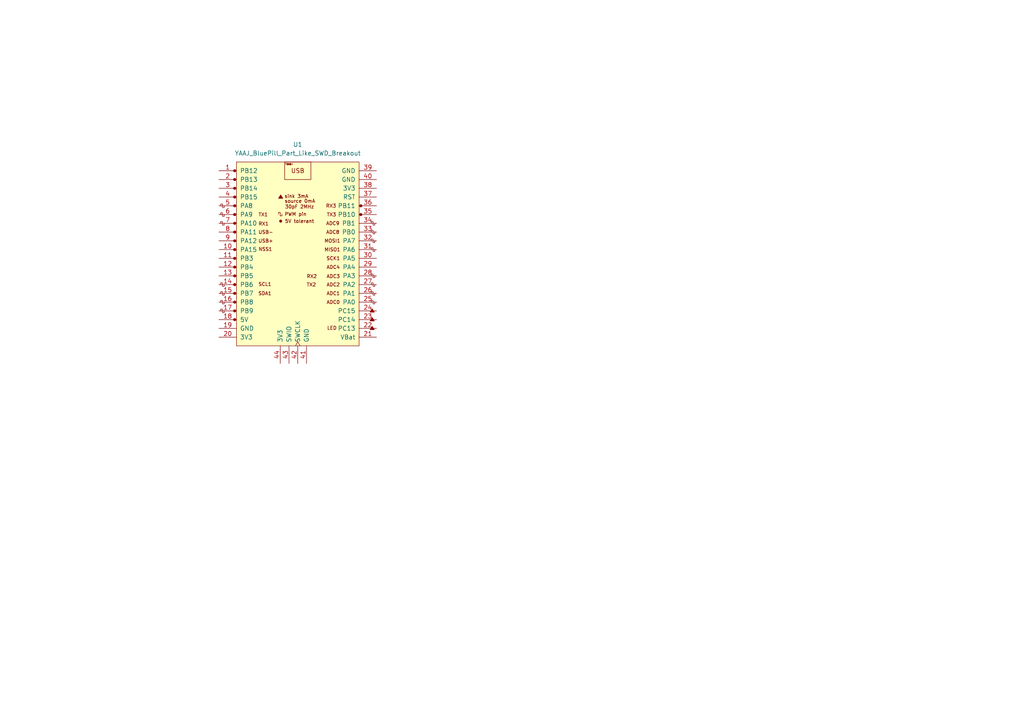
<source format=kicad_sch>
(kicad_sch (version 20211123) (generator eeschema)
  (paper "A4")
  (lib_symbols
    (symbol "Bluepill_swd:YAAJ_BluePill_Part_Like_SWD_Breakout" (pin_names (offset 1.016))
      (property "Reference" "U" (at -15.24 27.94 0))
      (property "Value" "YAAJ_BluePill_Part_Like_SWD_Breakout" (at 20.32 27.94 0))
      (symbol "YAAJ_BluePill_Part_Like_SWD_Breakout_0_0"
        (circle (center -18.288 -20.32) (radius 0.3556) (fill (type outline)))
        (circle (center -18.288 -17.78) (radius 0.3556) (fill (type outline)))
        (circle (center -18.288 -15.24) (radius 0.3556) (fill (type outline)))
        (circle (center -18.288 -12.7) (radius 0.3556) (fill (type outline)))
        (circle (center -18.288 -10.16) (radius 0.3556) (fill (type outline)))
        (circle (center -18.288 -7.62) (radius 0.3556) (fill (type outline)))
        (circle (center -18.288 -5.08) (radius 0.3556) (fill (type outline)))
        (circle (center -18.288 -2.54) (radius 0.3556) (fill (type outline)))
        (circle (center -18.288 0) (radius 0.3556) (fill (type outline)))
        (circle (center -18.288 2.54) (radius 0.3556) (fill (type outline)))
        (circle (center -18.288 5.08) (radius 0.3556) (fill (type outline)))
        (circle (center -18.288 7.62) (radius 0.3556) (fill (type outline)))
        (circle (center -18.288 10.16) (radius 0.3556) (fill (type outline)))
        (circle (center -18.288 12.7) (radius 0.3556) (fill (type outline)))
        (circle (center -18.288 15.24) (radius 0.3556) (fill (type outline)))
        (circle (center -18.288 17.78) (radius 0.3556) (fill (type outline)))
        (circle (center -18.288 22.86) (radius 0.3556) (fill (type outline)))
        (circle (center -4.953 8.255) (radius 0.127) (fill (type outline)))
        (circle (center -4.953 8.255) (radius 0.254))
        (circle (center -4.953 8.255) (radius 0.3556))
        (polyline (pts (xy -5.588 14.859) (xy -4.953 15.875) (xy -4.318 14.859) (xy -5.588 14.859) (xy -4.953 15.748) (xy -4.445 14.859) (xy -5.461 14.986) (xy -4.953 15.621) (xy -4.572 14.859) (xy -5.334 15.113) (xy -4.826 15.494) (xy -4.699 14.859) (xy -5.207 15.24) (xy -4.699 15.367) (xy -4.826 14.986) (xy -5.08 15.24) (xy -4.826 15.113) (xy -4.953 15.367)))
        (polyline (pts (xy 20.955 -23.241) (xy 21.59 -22.225) (xy 22.225 -23.241) (xy 20.955 -23.241) (xy 21.59 -22.352) (xy 22.098 -23.241) (xy 21.082 -23.114) (xy 21.59 -22.479) (xy 21.971 -23.241) (xy 21.209 -22.987) (xy 21.717 -22.606) (xy 21.844 -23.241) (xy 21.336 -22.86) (xy 21.844 -22.733) (xy 21.717 -23.114) (xy 21.463 -22.86) (xy 21.717 -22.987) (xy 21.59 -22.733)))
        (polyline (pts (xy 20.955 -20.701) (xy 21.59 -19.685) (xy 22.225 -20.701) (xy 20.955 -20.701) (xy 21.59 -19.812) (xy 22.098 -20.701) (xy 21.082 -20.574) (xy 21.59 -19.939) (xy 21.971 -20.701) (xy 21.209 -20.447) (xy 21.717 -20.066) (xy 21.844 -20.701) (xy 21.336 -20.32) (xy 21.844 -20.193) (xy 21.717 -20.574) (xy 21.463 -20.32) (xy 21.717 -20.447) (xy 21.59 -20.193)))
        (polyline (pts (xy 20.955 -18.161) (xy 21.59 -17.145) (xy 22.225 -18.161) (xy 20.955 -18.161) (xy 21.59 -17.272) (xy 22.098 -18.161) (xy 21.082 -18.034) (xy 21.59 -17.399) (xy 21.971 -18.161) (xy 21.209 -17.907) (xy 21.717 -17.526) (xy 21.844 -18.161) (xy 21.336 -17.78) (xy 21.844 -17.653) (xy 21.717 -18.034) (xy 21.463 -17.78) (xy 21.717 -17.907) (xy 21.59 -17.653)))
        (circle (center 18.288 10.16) (radius 0.254) (fill (type outline)))
        (circle (center 18.288 10.16) (radius 0.3556))
        (circle (center 18.288 12.7) (radius 0.254) (fill (type outline)))
        (circle (center 18.288 12.7) (radius 0.3556))
        (text "30pF 2MHz" (at 0.508 12.446 0) (effects (font (size 0.9906 0.9906))))
        (text "5V tolerant" (at 0.508 8.255 0) (effects (font (size 0.9906 0.9906))))
        (text "ADC0" (at 10.287 -15.24 0) (effects (font (size 0.9906 0.9906))))
        (text "ADC1" (at 10.287 -12.7 0) (effects (font (size 0.9906 0.9906))))
        (text "ADC2" (at 10.287 -10.16 0) (effects (font (size 0.9906 0.9906))))
        (text "ADC3" (at 10.287 -7.747 0) (effects (font (size 0.9906 0.9906))))
        (text "ADC4" (at 10.287 -5.08 0) (effects (font (size 0.9906 0.9906))))
        (text "ADC8" (at 10.16 5.08 0) (effects (font (size 0.9906 0.9906))))
        (text "ADC9" (at 10.16 7.62 0) (effects (font (size 0.9906 0.9906))))
        (text "LED" (at 9.906 -22.733 0) (effects (font (size 0.9906 0.9906))))
        (text "MISO1" (at 10.033 0 0) (effects (font (size 0.9906 0.9906))))
        (text "MOSI1" (at 10.033 2.54 0) (effects (font (size 0.9906 0.9906))))
        (text "NSS1" (at -9.398 0.127 0) (effects (font (size 0.9906 0.9906))))
        (text "PWM pin" (at -0.635 10.287 0) (effects (font (size 0.9906 0.9906))))
        (text "RX1" (at -9.906 7.493 0) (effects (font (size 0.9906 0.9906))))
        (text "RX2" (at 4.064 -7.747 0) (effects (font (size 0.9906 0.9906))))
        (text "RX3" (at 9.652 12.7 0) (effects (font (size 0.9906 0.9906))))
        (text "SCK1" (at 10.287 -2.54 0) (effects (font (size 0.9906 0.9906))))
        (text "SCL1" (at -9.525 -10.033 0) (effects (font (size 0.9906 0.9906))))
        (text "SDA1" (at -9.525 -12.7 0) (effects (font (size 0.9906 0.9906))))
        (text "sink 3mA" (at -0.381 15.494 0) (effects (font (size 0.9906 0.9906))))
        (text "source 0mA" (at 0.635 14.097 0) (effects (font (size 0.9906 0.9906))))
        (text "TX1" (at -10.033 10.16 0) (effects (font (size 0.9906 0.9906))))
        (text "TX2" (at 3.937 -10.16 0) (effects (font (size 0.9906 0.9906))))
        (text "TX3" (at 9.779 10.16 0) (effects (font (size 0.9906 0.9906))))
        (text "USB" (at 0 22.86 0) (effects (font (size 1.27 1.27))))
        (text "USB+" (at -9.271 2.54 0) (effects (font (size 0.9906 0.9906))))
        (text "USB-" (at -9.271 5.08 0) (effects (font (size 0.9906 0.9906))))
        (text "Y@@J" (at -2.5654 24.8412 0) (effects (font (size 0.508 0.508))))
      )
      (symbol "YAAJ_BluePill_Part_Like_SWD_Breakout_0_1"
        (rectangle (start -17.78 25.4) (end 17.78 -27.94) (fill (type background)))
        (polyline (pts (xy -21.336 -17.78) (xy -21.336 -18.288) (xy -21.844 -18.288) (xy -21.844 -17.272) (xy -22.352 -17.272) (xy -22.352 -17.78)))
        (polyline (pts (xy -21.336 -15.24) (xy -21.336 -15.748) (xy -21.844 -15.748) (xy -21.844 -14.732) (xy -22.352 -14.732) (xy -22.352 -15.24)))
        (polyline (pts (xy -21.336 -12.7) (xy -21.336 -13.208) (xy -21.844 -13.208) (xy -21.844 -12.192) (xy -22.352 -12.192) (xy -22.352 -12.7)))
        (polyline (pts (xy -21.336 -10.16) (xy -21.336 -10.668) (xy -21.844 -10.668) (xy -21.844 -9.652) (xy -22.352 -9.652) (xy -22.352 -10.16)))
        (polyline (pts (xy -21.336 7.62) (xy -21.336 7.112) (xy -21.844 7.112) (xy -21.844 8.128) (xy -22.352 8.128) (xy -22.352 7.62)))
        (polyline (pts (xy -21.336 10.16) (xy -21.336 9.652) (xy -21.844 9.652) (xy -21.844 10.668) (xy -22.352 10.668) (xy -22.352 10.16)))
        (polyline (pts (xy -21.336 12.7) (xy -21.336 12.192) (xy -21.844 12.192) (xy -21.844 13.208) (xy -22.352 13.208) (xy -22.352 12.7)))
        (polyline (pts (xy -4.572 10.287) (xy -4.572 9.779) (xy -5.08 9.779) (xy -5.08 10.795) (xy -5.588 10.795) (xy -5.588 10.287)))
        (polyline (pts (xy 22.352 -15.24) (xy 22.352 -15.748) (xy 21.844 -15.748) (xy 21.844 -14.732) (xy 21.336 -14.732) (xy 21.336 -15.24)))
        (polyline (pts (xy 22.352 -12.7) (xy 22.352 -13.208) (xy 21.844 -13.208) (xy 21.844 -12.192) (xy 21.336 -12.192) (xy 21.336 -12.7)))
        (polyline (pts (xy 22.352 -10.16) (xy 22.352 -10.668) (xy 21.844 -10.668) (xy 21.844 -9.652) (xy 21.336 -9.652) (xy 21.336 -10.16)))
        (polyline (pts (xy 22.352 -7.62) (xy 22.352 -8.128) (xy 21.844 -8.128) (xy 21.844 -7.112) (xy 21.336 -7.112) (xy 21.336 -7.62)))
        (polyline (pts (xy 22.352 0) (xy 22.352 -0.508) (xy 21.844 -0.508) (xy 21.844 0.508) (xy 21.336 0.508) (xy 21.336 0)))
        (polyline (pts (xy 22.352 2.54) (xy 22.352 2.032) (xy 21.844 2.032) (xy 21.844 3.048) (xy 21.336 3.048) (xy 21.336 2.54)))
        (polyline (pts (xy 22.352 5.08) (xy 22.352 4.572) (xy 21.844 4.572) (xy 21.844 5.588) (xy 21.336 5.588) (xy 21.336 5.08)))
        (polyline (pts (xy 22.352 7.62) (xy 22.352 7.112) (xy 21.844 7.112) (xy 21.844 8.128) (xy 21.336 8.128) (xy 21.336 7.62)))
        (rectangle (start 3.81 25.4) (end -3.81 20.32))
      )
      (symbol "YAAJ_BluePill_Part_Like_SWD_Breakout_1_1"
        (circle (center -18.288 20.32) (radius 0.3556) (fill (type outline)))
        (pin bidirectional line (at -22.86 22.86 0) (length 5.08) (name "PB12") (number "1"))
        (pin bidirectional line (at -22.86 0 0) (length 5.08) (name "PA15") (number "10"))
        (pin bidirectional line (at -22.86 -2.54 0) (length 5.08) (name "PB3") (number "11"))
        (pin bidirectional line (at -22.86 -5.08 0) (length 5.08) (name "PB4") (number "12"))
        (pin bidirectional line (at -22.86 -7.62 0) (length 5.08) (name "PB5") (number "13"))
        (pin bidirectional line (at -22.86 -10.16 0) (length 5.08) (name "PB6") (number "14"))
        (pin bidirectional line (at -22.86 -12.7 0) (length 5.08) (name "PB7") (number "15"))
        (pin bidirectional line (at -22.86 -15.24 0) (length 5.08) (name "PB8") (number "16"))
        (pin bidirectional line (at -22.86 -17.78 0) (length 5.08) (name "PB9") (number "17"))
        (pin power_in line (at -22.86 -20.32 0) (length 5.08) (name "5V") (number "18"))
        (pin power_in line (at -22.86 -22.86 0) (length 5.08) (name "GND") (number "19"))
        (pin bidirectional line (at -22.86 20.32 0) (length 5.08) (name "PB13") (number "2"))
        (pin power_in line (at -22.86 -25.4 0) (length 5.08) (name "3V3") (number "20"))
        (pin power_in line (at 22.86 -25.4 180) (length 5.08) (name "VBat") (number "21"))
        (pin bidirectional line (at 22.86 -22.86 180) (length 5.08) (name "PC13") (number "22"))
        (pin bidirectional line (at 22.86 -20.32 180) (length 5.08) (name "PC14") (number "23"))
        (pin bidirectional line (at 22.86 -17.78 180) (length 5.08) (name "PC15") (number "24"))
        (pin bidirectional line (at 22.86 -15.24 180) (length 5.08) (name "PA0") (number "25"))
        (pin bidirectional line (at 22.86 -12.7 180) (length 5.08) (name "PA1") (number "26"))
        (pin bidirectional line (at 22.86 -10.16 180) (length 5.08) (name "PA2") (number "27"))
        (pin bidirectional line (at 22.86 -7.62 180) (length 5.08) (name "PA3") (number "28"))
        (pin bidirectional line (at 22.86 -5.08 180) (length 5.08) (name "PA4") (number "29"))
        (pin bidirectional line (at -22.86 17.78 0) (length 5.08) (name "PB14") (number "3"))
        (pin bidirectional line (at 22.86 -2.54 180) (length 5.08) (name "PA5") (number "30"))
        (pin bidirectional line (at 22.86 0 180) (length 5.08) (name "PA6") (number "31"))
        (pin bidirectional line (at 22.86 2.54 180) (length 5.08) (name "PA7") (number "32"))
        (pin bidirectional line (at 22.86 5.08 180) (length 5.08) (name "PB0") (number "33"))
        (pin bidirectional line (at 22.86 7.62 180) (length 5.08) (name "PB1") (number "34"))
        (pin bidirectional line (at 22.86 10.16 180) (length 5.08) (name "PB10") (number "35"))
        (pin bidirectional line (at 22.86 12.7 180) (length 5.08) (name "PB11") (number "36"))
        (pin input line (at 22.86 15.24 180) (length 5.08) (name "RST") (number "37"))
        (pin power_in line (at 22.86 17.78 180) (length 5.08) (name "3V3") (number "38"))
        (pin power_in line (at 22.86 22.86 180) (length 5.08) (name "GND") (number "39"))
        (pin bidirectional line (at -22.86 15.24 0) (length 5.08) (name "PB15") (number "4"))
        (pin power_in line (at 22.86 20.32 180) (length 5.08) (name "GND") (number "40"))
        (pin power_in line (at 2.54 -33.02 90) (length 5.08) (name "GND") (number "41"))
        (pin bidirectional clock (at 0 -33.02 90) (length 5.08) (name "SWCLK") (number "42"))
        (pin bidirectional line (at -2.54 -33.02 90) (length 5.08) (name "SWIO") (number "43"))
        (pin power_in line (at -5.08 -33.02 90) (length 5.08) (name "3V3") (number "44"))
        (pin bidirectional line (at -22.86 12.7 0) (length 5.08) (name "PA8") (number "5"))
        (pin bidirectional line (at -22.86 10.16 0) (length 5.08) (name "PA9") (number "6"))
        (pin bidirectional line (at -22.86 7.62 0) (length 5.08) (name "PA10") (number "7"))
        (pin bidirectional line (at -22.86 5.08 0) (length 5.08) (name "PA11") (number "8"))
        (pin bidirectional line (at -22.86 2.54 0) (length 5.08) (name "PA12") (number "9"))
      )
    )
  )
  (symbol (lib_id "Bluepill_swd:YAAJ_BluePill_Part_Like_SWD_Breakout") (at 86.36 72.39 0) (unit 1)
    (property "Reference" "U1" (at 86.36 41.91 0))
    (property "Value" "YAAJ_BluePill_Part_Like_SWD_Breakout" (at 86.36 44.45 0))
    (property "Footprint" "simo:YAAJ_BluePill_SWD_1" (effects hide))
  )
)
</source>
